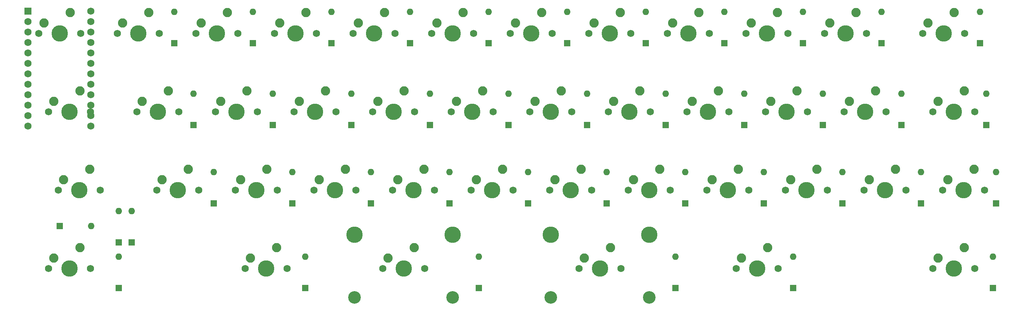
<source format=gbs>
%TF.GenerationSoftware,KiCad,Pcbnew,5.1.9*%
%TF.CreationDate,2021-02-13T13:16:34+02:00*%
%TF.ProjectId,arc40,61726334-302e-46b6-9963-61645f706362,rev?*%
%TF.SameCoordinates,Original*%
%TF.FileFunction,Soldermask,Bot*%
%TF.FilePolarity,Negative*%
%FSLAX46Y46*%
G04 Gerber Fmt 4.6, Leading zero omitted, Abs format (unit mm)*
G04 Created by KiCad (PCBNEW 5.1.9) date 2021-02-13 13:16:34*
%MOMM*%
%LPD*%
G01*
G04 APERTURE LIST*
%ADD10C,2.250000*%
%ADD11C,3.987800*%
%ADD12C,1.750000*%
%ADD13C,1.752600*%
%ADD14R,1.752600X1.752600*%
%ADD15C,3.048000*%
%ADD16O,1.600000X1.600000*%
%ADD17R,1.600000X1.600000*%
G04 APERTURE END LIST*
D10*
%TO.C,MX39*%
X274002000Y-54451200D03*
D11*
X271462000Y-59531200D03*
D10*
X267652000Y-56991200D03*
D12*
X266382000Y-59531200D03*
X276542000Y-59531200D03*
%TD*%
D13*
%TO.C,U1*%
X64680000Y-54080000D03*
X49440000Y-82020000D03*
X64680000Y-56620000D03*
X64680000Y-59160000D03*
X64680000Y-61700000D03*
X64680000Y-64240000D03*
X64680000Y-66780000D03*
X64680000Y-69320000D03*
X64680000Y-71860000D03*
X64680000Y-74400000D03*
X64680000Y-76940000D03*
X64680000Y-79480000D03*
X64680000Y-82020000D03*
X49440000Y-79480000D03*
X49440000Y-76940000D03*
X49440000Y-74400000D03*
X49440000Y-71860000D03*
X49440000Y-69320000D03*
X49440000Y-66780000D03*
X49440000Y-64240000D03*
X49440000Y-61700000D03*
X49440000Y-59160000D03*
X49440000Y-56620000D03*
D14*
X49440000Y-54080000D03*
%TD*%
D10*
%TO.C,MX42*%
X276384000Y-111601000D03*
D11*
X273844000Y-116681000D03*
D10*
X270034000Y-114141000D03*
D12*
X268764000Y-116681000D03*
X278924000Y-116681000D03*
%TD*%
D10*
%TO.C,MX41*%
X278765000Y-92551200D03*
D11*
X276225000Y-97631200D03*
D10*
X272415000Y-95091200D03*
D12*
X271145000Y-97631200D03*
X281305000Y-97631200D03*
%TD*%
D10*
%TO.C,MX40*%
X276384000Y-73501200D03*
D11*
X273844000Y-78581200D03*
D10*
X270034000Y-76041200D03*
D12*
X268764000Y-78581200D03*
X278924000Y-78581200D03*
%TD*%
D10*
%TO.C,MX38*%
X259715000Y-92551200D03*
D11*
X257175000Y-97631200D03*
D10*
X253365000Y-95091200D03*
D12*
X252095000Y-97631200D03*
X262255000Y-97631200D03*
%TD*%
D10*
%TO.C,MX37*%
X254952000Y-73501200D03*
D11*
X252412000Y-78581200D03*
D10*
X248602000Y-76041200D03*
D12*
X247332000Y-78581200D03*
X257492000Y-78581200D03*
%TD*%
D10*
%TO.C,MX36*%
X250190000Y-54451200D03*
D11*
X247650000Y-59531200D03*
D10*
X243840000Y-56991200D03*
D12*
X242570000Y-59531200D03*
X252730000Y-59531200D03*
%TD*%
D10*
%TO.C,MX35*%
X240665000Y-92551200D03*
D11*
X238125000Y-97631200D03*
D10*
X234315000Y-95091200D03*
D12*
X233045000Y-97631200D03*
X243205000Y-97631200D03*
%TD*%
D10*
%TO.C,MX34*%
X235902000Y-73501200D03*
D11*
X233362000Y-78581200D03*
D10*
X229552000Y-76041200D03*
D12*
X228282000Y-78581200D03*
X238442000Y-78581200D03*
%TD*%
D10*
%TO.C,MX33*%
X231140000Y-54451200D03*
D11*
X228600000Y-59531200D03*
D10*
X224790000Y-56991200D03*
D12*
X223520000Y-59531200D03*
X233680000Y-59531200D03*
%TD*%
D10*
%TO.C,MX32*%
X228759000Y-111601000D03*
D11*
X226219000Y-116681000D03*
D10*
X222409000Y-114141000D03*
D12*
X221139000Y-116681000D03*
X231299000Y-116681000D03*
%TD*%
D10*
%TO.C,MX31*%
X221615000Y-92551200D03*
D11*
X219075000Y-97631200D03*
D10*
X215265000Y-95091200D03*
D12*
X213995000Y-97631200D03*
X224155000Y-97631200D03*
%TD*%
D10*
%TO.C,MX30*%
X216852000Y-73501200D03*
D11*
X214312000Y-78581200D03*
D10*
X210502000Y-76041200D03*
D12*
X209232000Y-78581200D03*
X219392000Y-78581200D03*
%TD*%
D10*
%TO.C,MX29*%
X212090000Y-54451200D03*
D11*
X209550000Y-59531200D03*
D10*
X205740000Y-56991200D03*
D12*
X204470000Y-59531200D03*
X214630000Y-59531200D03*
%TD*%
D10*
%TO.C,MX28*%
X202565000Y-92551200D03*
D11*
X200025000Y-97631200D03*
D10*
X196215000Y-95091200D03*
D12*
X194945000Y-97631200D03*
X205105000Y-97631200D03*
%TD*%
D10*
%TO.C,MX27*%
X197802000Y-73501200D03*
D11*
X195262000Y-78581200D03*
D10*
X191452000Y-76041200D03*
D12*
X190182000Y-78581200D03*
X200342000Y-78581200D03*
%TD*%
D10*
%TO.C,MX26*%
X193040000Y-54451200D03*
D11*
X190500000Y-59531200D03*
D10*
X186690000Y-56991200D03*
D12*
X185420000Y-59531200D03*
X195580000Y-59531200D03*
%TD*%
D10*
%TO.C,MX25*%
X190659000Y-111601000D03*
D11*
X188119000Y-116681000D03*
D10*
X184309000Y-114141000D03*
D12*
X183039000Y-116681000D03*
X193199000Y-116681000D03*
D15*
X176212750Y-123666000D03*
X200025250Y-123666000D03*
D11*
X176212750Y-108426000D03*
X200025250Y-108426000D03*
%TD*%
D10*
%TO.C,MX24*%
X183515000Y-92551200D03*
D11*
X180975000Y-97631200D03*
D10*
X177165000Y-95091200D03*
D12*
X175895000Y-97631200D03*
X186055000Y-97631200D03*
%TD*%
D10*
%TO.C,MX23*%
X178752000Y-73501200D03*
D11*
X176212000Y-78581200D03*
D10*
X172402000Y-76041200D03*
D12*
X171132000Y-78581200D03*
X181292000Y-78581200D03*
%TD*%
D10*
%TO.C,MX22*%
X173990000Y-54451200D03*
D11*
X171450000Y-59531200D03*
D10*
X167640000Y-56991200D03*
D12*
X166370000Y-59531200D03*
X176530000Y-59531200D03*
%TD*%
D10*
%TO.C,MX21*%
X164465000Y-92551200D03*
D11*
X161925000Y-97631200D03*
D10*
X158115000Y-95091200D03*
D12*
X156845000Y-97631200D03*
X167005000Y-97631200D03*
%TD*%
D10*
%TO.C,MX20*%
X159702000Y-73501200D03*
D11*
X157162000Y-78581200D03*
D10*
X153352000Y-76041200D03*
D12*
X152082000Y-78581200D03*
X162242000Y-78581200D03*
%TD*%
D10*
%TO.C,MX19*%
X154940000Y-54451200D03*
D11*
X152400000Y-59531200D03*
D10*
X148590000Y-56991200D03*
D12*
X147320000Y-59531200D03*
X157480000Y-59531200D03*
%TD*%
D10*
%TO.C,MX18*%
X143034000Y-111601000D03*
D11*
X140494000Y-116681000D03*
D10*
X136684000Y-114141000D03*
D12*
X135414000Y-116681000D03*
X145574000Y-116681000D03*
D15*
X128587750Y-123666000D03*
X152400250Y-123666000D03*
D11*
X128587750Y-108426000D03*
X152400250Y-108426000D03*
%TD*%
D10*
%TO.C,MX17*%
X145415000Y-92551200D03*
D11*
X142875000Y-97631200D03*
D10*
X139065000Y-95091200D03*
D12*
X137795000Y-97631200D03*
X147955000Y-97631200D03*
%TD*%
D10*
%TO.C,MX16*%
X140652000Y-73501200D03*
D11*
X138112000Y-78581200D03*
D10*
X134302000Y-76041200D03*
D12*
X133032000Y-78581200D03*
X143192000Y-78581200D03*
%TD*%
D10*
%TO.C,MX15*%
X135890000Y-54451200D03*
D11*
X133350000Y-59531200D03*
D10*
X129540000Y-56991200D03*
D12*
X128270000Y-59531200D03*
X138430000Y-59531200D03*
%TD*%
D10*
%TO.C,MX14*%
X126365000Y-92551200D03*
D11*
X123825000Y-97631200D03*
D10*
X120015000Y-95091200D03*
D12*
X118745000Y-97631200D03*
X128905000Y-97631200D03*
%TD*%
D10*
%TO.C,MX13*%
X121602000Y-73501200D03*
D11*
X119062000Y-78581200D03*
D10*
X115252000Y-76041200D03*
D12*
X113982000Y-78581200D03*
X124142000Y-78581200D03*
%TD*%
D10*
%TO.C,MX12*%
X116840000Y-54451200D03*
D11*
X114300000Y-59531200D03*
D10*
X110490000Y-56991200D03*
D12*
X109220000Y-59531200D03*
X119380000Y-59531200D03*
%TD*%
D10*
%TO.C,MX11*%
X109696000Y-111601000D03*
D11*
X107156000Y-116681000D03*
D10*
X103346000Y-114141000D03*
D12*
X102076000Y-116681000D03*
X112236000Y-116681000D03*
%TD*%
D10*
%TO.C,MX10*%
X107315000Y-92551200D03*
D11*
X104775000Y-97631200D03*
D10*
X100965000Y-95091200D03*
D12*
X99695000Y-97631200D03*
X109855000Y-97631200D03*
%TD*%
D10*
%TO.C,MX9*%
X102552000Y-73501200D03*
D11*
X100012000Y-78581200D03*
D10*
X96202000Y-76041200D03*
D12*
X94932000Y-78581200D03*
X105092000Y-78581200D03*
%TD*%
D10*
%TO.C,MX8*%
X97790000Y-54451200D03*
D11*
X95250000Y-59531200D03*
D10*
X91440000Y-56991200D03*
D12*
X90170000Y-59531200D03*
X100330000Y-59531200D03*
%TD*%
D10*
%TO.C,MX7*%
X88265000Y-92551200D03*
D11*
X85725000Y-97631200D03*
D10*
X81915000Y-95091200D03*
D12*
X80645000Y-97631200D03*
X90805000Y-97631200D03*
%TD*%
D10*
%TO.C,MX6*%
X83502500Y-73501200D03*
D11*
X80962500Y-78581200D03*
D10*
X77152500Y-76041200D03*
D12*
X75882500Y-78581200D03*
X86042500Y-78581200D03*
%TD*%
D10*
%TO.C,MX5*%
X78740000Y-54451200D03*
D11*
X76200000Y-59531200D03*
D10*
X72390000Y-56991200D03*
D12*
X71120000Y-59531200D03*
X81280000Y-59531200D03*
%TD*%
D10*
%TO.C,MX4*%
X62071200Y-111601000D03*
D11*
X59531200Y-116681000D03*
D10*
X55721200Y-114141000D03*
D12*
X54451200Y-116681000D03*
X64611200Y-116681000D03*
%TD*%
D10*
%TO.C,MX3*%
X64452500Y-92551200D03*
D11*
X61912500Y-97631200D03*
D10*
X58102500Y-95091200D03*
D12*
X56832500Y-97631200D03*
X66992500Y-97631200D03*
%TD*%
D10*
%TO.C,MX2*%
X62071200Y-73501200D03*
D11*
X59531200Y-78581200D03*
D10*
X55721200Y-76041200D03*
D12*
X54451200Y-78581200D03*
X64611200Y-78581200D03*
%TD*%
D10*
%TO.C,MX1*%
X59690000Y-54451200D03*
D11*
X57150000Y-59531200D03*
D10*
X53340000Y-56991200D03*
D12*
X52070000Y-59531200D03*
X62230000Y-59531200D03*
%TD*%
D16*
%TO.C,D42*%
X283369000Y-113824000D03*
D17*
X283369000Y-121444000D03*
%TD*%
D16*
%TO.C,D41*%
X284162000Y-93186000D03*
D17*
X284162000Y-100806000D03*
%TD*%
D16*
%TO.C,D40*%
X281781000Y-74136200D03*
D17*
X281781000Y-81756200D03*
%TD*%
D16*
%TO.C,D39*%
X280194000Y-54292500D03*
D17*
X280194000Y-61912500D03*
%TD*%
D16*
%TO.C,D38*%
X265906000Y-93186000D03*
D17*
X265906000Y-100806000D03*
%TD*%
D16*
%TO.C,D37*%
X261144000Y-74136200D03*
D17*
X261144000Y-81756200D03*
%TD*%
D16*
%TO.C,D36*%
X256381000Y-54292500D03*
D17*
X256381000Y-61912500D03*
%TD*%
D16*
%TO.C,D35*%
X246856000Y-93186000D03*
D17*
X246856000Y-100806000D03*
%TD*%
D16*
%TO.C,D34*%
X242094000Y-74136200D03*
D17*
X242094000Y-81756200D03*
%TD*%
D16*
%TO.C,D33*%
X237331000Y-54292500D03*
D17*
X237331000Y-61912500D03*
%TD*%
D16*
%TO.C,D32*%
X234950000Y-113824000D03*
D17*
X234950000Y-121444000D03*
%TD*%
D16*
%TO.C,D31*%
X227806000Y-93186000D03*
D17*
X227806000Y-100806000D03*
%TD*%
D16*
%TO.C,D30*%
X223044000Y-74136200D03*
D17*
X223044000Y-81756200D03*
%TD*%
D16*
%TO.C,D29*%
X218281000Y-54292500D03*
D17*
X218281000Y-61912500D03*
%TD*%
D16*
%TO.C,D28*%
X208756000Y-93186000D03*
D17*
X208756000Y-100806000D03*
%TD*%
D16*
%TO.C,D27*%
X203994000Y-74136200D03*
D17*
X203994000Y-81756200D03*
%TD*%
D16*
%TO.C,D26*%
X199231000Y-54292500D03*
D17*
X199231000Y-61912500D03*
%TD*%
D16*
%TO.C,D25*%
X206375000Y-113824000D03*
D17*
X206375000Y-121444000D03*
%TD*%
D16*
%TO.C,D24*%
X189706000Y-93186000D03*
D17*
X189706000Y-100806000D03*
%TD*%
D16*
%TO.C,D23*%
X184944000Y-74136200D03*
D17*
X184944000Y-81756200D03*
%TD*%
D16*
%TO.C,D22*%
X180181000Y-54292500D03*
D17*
X180181000Y-61912500D03*
%TD*%
D16*
%TO.C,D21*%
X170656000Y-93186000D03*
D17*
X170656000Y-100806000D03*
%TD*%
D16*
%TO.C,D20*%
X165894000Y-74136200D03*
D17*
X165894000Y-81756200D03*
%TD*%
D16*
%TO.C,D19*%
X161131000Y-54292500D03*
D17*
X161131000Y-61912500D03*
%TD*%
D16*
%TO.C,D18*%
X158750000Y-113824000D03*
D17*
X158750000Y-121444000D03*
%TD*%
D16*
%TO.C,D17*%
X151606000Y-93186000D03*
D17*
X151606000Y-100806000D03*
%TD*%
D16*
%TO.C,D16*%
X146844000Y-74136200D03*
D17*
X146844000Y-81756200D03*
%TD*%
D16*
%TO.C,D15*%
X142081000Y-54292500D03*
D17*
X142081000Y-61912500D03*
%TD*%
D16*
%TO.C,D14*%
X132556000Y-93186000D03*
D17*
X132556000Y-100806000D03*
%TD*%
D16*
%TO.C,D13*%
X127794000Y-74136200D03*
D17*
X127794000Y-81756200D03*
%TD*%
D16*
%TO.C,D12*%
X123031000Y-54292500D03*
D17*
X123031000Y-61912500D03*
%TD*%
D16*
%TO.C,D11*%
X116681000Y-113824000D03*
D17*
X116681000Y-121444000D03*
%TD*%
D16*
%TO.C,D10*%
X113506000Y-93186000D03*
D17*
X113506000Y-100806000D03*
%TD*%
D16*
%TO.C,D9*%
X108744000Y-74136200D03*
D17*
X108744000Y-81756200D03*
%TD*%
D16*
%TO.C,D8*%
X103981000Y-54292500D03*
D17*
X103981000Y-61912500D03*
%TD*%
D16*
%TO.C,D7*%
X94456200Y-93186000D03*
D17*
X94456200Y-100806000D03*
%TD*%
D16*
%TO.C,D6*%
X89550000Y-74136200D03*
D17*
X89550000Y-81756200D03*
%TD*%
D16*
%TO.C,D5*%
X84931200Y-54292500D03*
D17*
X84931200Y-61912500D03*
%TD*%
D16*
%TO.C,D4*%
X71437500Y-113824000D03*
D17*
X71437500Y-121444000D03*
%TD*%
D16*
%TO.C,D3*%
X64770000Y-106362000D03*
D17*
X57150000Y-106362000D03*
%TD*%
D16*
%TO.C,D2*%
X71437500Y-102711000D03*
D17*
X71437500Y-110331000D03*
%TD*%
D16*
%TO.C,D1*%
X74612500Y-102711000D03*
D17*
X74612500Y-110331000D03*
%TD*%
M02*

</source>
